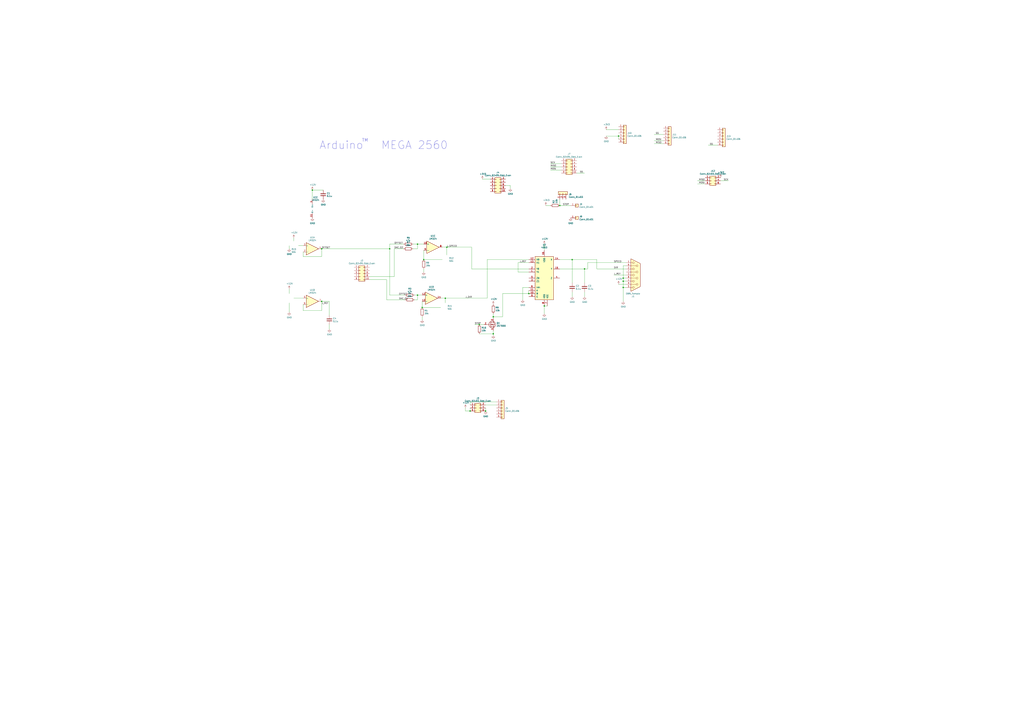
<source format=kicad_sch>
(kicad_sch (version 20211123) (generator eeschema)
  (paper "A1")
  (title_block (title "enjaksakavella.sch") (date "2020-04-21") (rev "1.0") (company "Designed by Tuomas Rantataro"))
  (lib_symbols
    (symbol "4xxx:4053" (pin_names (offset 1.016))
      (property "Reference" "U" (at -7.62 19.05 0))
      (property "Value" "4053" (at -7.62 -19.05 0))
      (symbol "4053_1_0"
        (pin passive line (at -12.7 5.08 0) (length 5.08) (name "Y1") (number "1"))
        (pin input line (at -12.7 -12.7 0) (length 5.08) (name "B") (number "10"))
        (pin input line (at -12.7 -10.16 0) (length 5.08) (name "A") (number "11"))
        (pin passive line (at -12.7 15.24 0) (length 5.08) (name "X0") (number "12"))
        (pin passive line (at -12.7 12.7 0) (length 5.08) (name "X1") (number "13"))
        (pin passive line (at 12.7 15.24 180) (length 5.08) (name "X") (number "14"))
        (pin passive line (at 12.7 7.62 180) (length 5.08) (name "Y") (number "15"))
        (pin power_in line (at 0 22.86 270) (length 5.08) (name "VDD") (number "16"))
        (pin passive line (at -12.7 7.62 0) (length 5.08) (name "Y0") (number "2"))
        (pin passive line (at -12.7 -2.54 0) (length 5.08) (name "Z1") (number "3"))
        (pin passive line (at 12.7 0 180) (length 5.08) (name "Z") (number "4"))
        (pin passive line (at -12.7 0 0) (length 5.08) (name "Z0") (number "5"))
        (pin input line (at -12.7 -7.62 0) (length 5.08) (name "Inh") (number "6"))
        (pin power_in line (at 2.54 -22.86 90) (length 5.08) (name "VEE") (number "7"))
        (pin power_in line (at 0 -22.86 90) (length 5.08) (name "VSS") (number "8"))
        (pin input line (at -12.7 -15.24 0) (length 5.08) (name "C") (number "9"))
      )
      (symbol "4053_1_1"
        (rectangle (start -7.62 17.78) (end 7.62 -17.78) (stroke (width 0.254)) (fill (type background)))
      )
    )
    (symbol "Amplifier_Operational:LM324" (pin_names (offset 0.127))
      (property "Reference" "U" (at 0 5.08 0))
      (property "Value" "LM324" (at 0 -5.08 0))
      (symbol "LM324_1_1"
        (polyline (pts (xy -5.08 5.08) (xy 5.08 0) (xy -5.08 -5.08) (xy -5.08 5.08)) (stroke (width 0.254)) (fill (type background)))
        (pin output line (at 7.62 0 180) (length 2.54) (name "~") (number "1"))
        (pin input line (at -7.62 -2.54 0) (length 2.54) (name "-") (number "2"))
        (pin input line (at -7.62 2.54 0) (length 2.54) (name "+") (number "3"))
      )
      (symbol "LM324_2_1"
        (polyline (pts (xy -5.08 5.08) (xy 5.08 0) (xy -5.08 -5.08) (xy -5.08 5.08)) (stroke (width 0.254)) (fill (type background)))
        (pin input line (at -7.62 2.54 0) (length 2.54) (name "+") (number "5"))
        (pin input line (at -7.62 -2.54 0) (length 2.54) (name "-") (number "6"))
        (pin output line (at 7.62 0 180) (length 2.54) (name "~") (number "7"))
      )
      (symbol "LM324_3_1"
        (polyline (pts (xy -5.08 5.08) (xy 5.08 0) (xy -5.08 -5.08) (xy -5.08 5.08)) (stroke (width 0.254)) (fill (type background)))
        (pin input line (at -7.62 2.54 0) (length 2.54) (name "+") (number "10"))
        (pin output line (at 7.62 0 180) (length 2.54) (name "~") (number "8"))
        (pin input line (at -7.62 -2.54 0) (length 2.54) (name "-") (number "9"))
      )
      (symbol "LM324_4_1"
        (polyline (pts (xy -5.08 5.08) (xy 5.08 0) (xy -5.08 -5.08) (xy -5.08 5.08)) (stroke (width 0.254)) (fill (type background)))
        (pin input line (at -7.62 2.54 0) (length 2.54) (name "+") (number "12"))
        (pin input line (at -7.62 -2.54 0) (length 2.54) (name "-") (number "13"))
        (pin output line (at 7.62 0 180) (length 2.54) (name "~") (number "14"))
      )
      (symbol "LM324_5_1"
        (pin power_in line (at -2.54 -7.62 90) (length 3.81) (name "V-") (number "11"))
        (pin power_in line (at -2.54 7.62 270) (length 3.81) (name "V+") (number "4"))
      )
    )
    (symbol "Connector:DB9_Female" (pin_names (offset 1.016) hide)
      (property "Reference" "J" (at 0 13.97 0))
      (property "Value" "DB9_Female" (at 0 -14.605 0))
      (symbol "DB9_Female_0_1"
        (circle (center -1.778 -10.16) (radius 0.762))
        (circle (center -1.778 -5.08) (radius 0.762))
        (circle (center -1.778 0) (radius 0.762))
        (circle (center -1.778 5.08) (radius 0.762))
        (circle (center -1.778 10.16) (radius 0.762))
        (polyline (pts (xy -3.81 -10.16) (xy -2.54 -10.16)))
        (polyline (pts (xy -3.81 -7.62) (xy 0.508 -7.62)))
        (polyline (pts (xy -3.81 -5.08) (xy -2.54 -5.08)))
        (polyline (pts (xy -3.81 -2.54) (xy 0.508 -2.54)))
        (polyline (pts (xy -3.81 0) (xy -2.54 0)))
        (polyline (pts (xy -3.81 2.54) (xy 0.508 2.54)))
        (polyline (pts (xy -3.81 5.08) (xy -2.54 5.08)))
        (polyline (pts (xy -3.81 7.62) (xy 0.508 7.62)))
        (polyline (pts (xy -3.81 10.16) (xy -2.54 10.16)))
        (polyline (pts (xy -3.81 13.335) (xy -3.81 -13.335) (xy 3.81 -9.525) (xy 3.81 9.525) (xy -3.81 13.335)) (stroke (width 0.254)) (fill (type background)))
        (circle (center 1.27 -7.62) (radius 0.762))
        (circle (center 1.27 -2.54) (radius 0.762))
        (circle (center 1.27 2.54) (radius 0.762))
        (circle (center 1.27 7.62) (radius 0.762))
      )
      (symbol "DB9_Female_1_1"
        (pin passive line (at -7.62 10.16 0) (length 3.81) (name "1") (number "1"))
        (pin passive line (at -7.62 5.08 0) (length 3.81) (name "2") (number "2"))
        (pin passive line (at -7.62 0 0) (length 3.81) (name "3") (number "3"))
        (pin passive line (at -7.62 -5.08 0) (length 3.81) (name "4") (number "4"))
        (pin passive line (at -7.62 -10.16 0) (length 3.81) (name "5") (number "5"))
        (pin passive line (at -7.62 7.62 0) (length 3.81) (name "6") (number "6"))
        (pin passive line (at -7.62 2.54 0) (length 3.81) (name "7") (number "7"))
        (pin passive line (at -7.62 -2.54 0) (length 3.81) (name "8") (number "8"))
        (pin passive line (at -7.62 -7.62 0) (length 3.81) (name "9") (number "9"))
      )
    )
    (symbol "Connector_Generic:Conn_01x01" (pin_names (offset 1.016) hide)
      (property "Reference" "J" (at 0 2.54 0))
      (property "Value" "Conn_01x01" (at 0 -2.54 0))
      (symbol "Conn_01x01_1_1"
        (rectangle (start -1.27 0.127) (end 0 -0.127) (stroke (width 0.1524)))
        (rectangle (start -1.27 1.27) (end 1.27 -1.27) (stroke (width 0.254)) (fill (type background)))
        (pin passive line (at -5.08 0 0) (length 3.81) (name "Pin_1") (number "1"))
      )
    )
    (symbol "Connector_Generic:Conn_01x03" (pin_names (offset 1.016) hide)
      (property "Reference" "J" (at 0 5.08 0))
      (property "Value" "Conn_01x03" (at 0 -5.08 0))
      (symbol "Conn_01x03_1_1"
        (rectangle (start -1.27 -2.413) (end 0 -2.667) (stroke (width 0.1524)))
        (rectangle (start -1.27 0.127) (end 0 -0.127) (stroke (width 0.1524)))
        (rectangle (start -1.27 2.667) (end 0 2.413) (stroke (width 0.1524)))
        (rectangle (start -1.27 3.81) (end 1.27 -3.81) (stroke (width 0.254)) (fill (type background)))
        (pin passive line (at -5.08 2.54 0) (length 3.81) (name "Pin_1") (number "1"))
        (pin passive line (at -5.08 0 0) (length 3.81) (name "Pin_2") (number "2"))
        (pin passive line (at -5.08 -2.54 0) (length 3.81) (name "Pin_3") (number "3"))
      )
    )
    (symbol "Connector_Generic:Conn_01x06" (pin_names (offset 1.016) hide)
      (property "Reference" "J" (at 0 7.62 0))
      (property "Value" "Conn_01x06" (at 0 -10.16 0))
      (symbol "Conn_01x06_1_1"
        (rectangle (start -1.27 -7.493) (end 0 -7.747) (stroke (width 0.1524)))
        (rectangle (start -1.27 -4.953) (end 0 -5.207) (stroke (width 0.1524)))
        (rectangle (start -1.27 -2.413) (end 0 -2.667) (stroke (width 0.1524)))
        (rectangle (start -1.27 0.127) (end 0 -0.127) (stroke (width 0.1524)))
        (rectangle (start -1.27 2.667) (end 0 2.413) (stroke (width 0.1524)))
        (rectangle (start -1.27 5.207) (end 0 4.953) (stroke (width 0.1524)))
        (rectangle (start -1.27 6.35) (end 1.27 -8.89) (stroke (width 0.254)) (fill (type background)))
        (pin passive line (at -5.08 5.08 0) (length 3.81) (name "Pin_1") (number "1"))
        (pin passive line (at -5.08 2.54 0) (length 3.81) (name "Pin_2") (number "2"))
        (pin passive line (at -5.08 0 0) (length 3.81) (name "Pin_3") (number "3"))
        (pin passive line (at -5.08 -2.54 0) (length 3.81) (name "Pin_4") (number "4"))
        (pin passive line (at -5.08 -5.08 0) (length 3.81) (name "Pin_5") (number "5"))
        (pin passive line (at -5.08 -7.62 0) (length 3.81) (name "Pin_6") (number "6"))
      )
    )
    (symbol "Connector_Generic:Conn_02x03_Odd_Even" (pin_names (offset 1.016) hide)
      (property "Reference" "J" (at 1.27 5.08 0))
      (property "Value" "Conn_02x03_Odd_Even" (at 1.27 -5.08 0))
      (symbol "Conn_02x03_Odd_Even_1_1"
        (rectangle (start -1.27 -2.413) (end 0 -2.667) (stroke (width 0.1524)))
        (rectangle (start -1.27 0.127) (end 0 -0.127) (stroke (width 0.1524)))
        (rectangle (start -1.27 2.667) (end 0 2.413) (stroke (width 0.1524)))
        (rectangle (start -1.27 3.81) (end 3.81 -3.81) (stroke (width 0.254)) (fill (type background)))
        (rectangle (start 3.81 -2.413) (end 2.54 -2.667) (stroke (width 0.1524)))
        (rectangle (start 3.81 0.127) (end 2.54 -0.127) (stroke (width 0.1524)))
        (rectangle (start 3.81 2.667) (end 2.54 2.413) (stroke (width 0.1524)))
        (pin passive line (at -5.08 2.54 0) (length 3.81) (name "Pin_1") (number "1"))
        (pin passive line (at 7.62 2.54 180) (length 3.81) (name "Pin_2") (number "2"))
        (pin passive line (at -5.08 0 0) (length 3.81) (name "Pin_3") (number "3"))
        (pin passive line (at 7.62 0 180) (length 3.81) (name "Pin_4") (number "4"))
        (pin passive line (at -5.08 -2.54 0) (length 3.81) (name "Pin_5") (number "5"))
        (pin passive line (at 7.62 -2.54 180) (length 3.81) (name "Pin_6") (number "6"))
      )
    )
    (symbol "Connector_Generic:Conn_02x05_Odd_Even" (pin_names (offset 1.016) hide)
      (property "Reference" "J" (at 1.27 7.62 0))
      (property "Value" "Conn_02x05_Odd_Even" (at 1.27 -7.62 0))
      (symbol "Conn_02x05_Odd_Even_1_1"
        (rectangle (start -1.27 -4.953) (end 0 -5.207) (stroke (width 0.1524)))
        (rectangle (start -1.27 -2.413) (end 0 -2.667) (stroke (width 0.1524)))
        (rectangle (start -1.27 0.127) (end 0 -0.127) (stroke (width 0.1524)))
        (rectangle (start -1.27 2.667) (end 0 2.413) (stroke (width 0.1524)))
        (rectangle (start -1.27 5.207) (end 0 4.953) (stroke (width 0.1524)))
        (rectangle (start -1.27 6.35) (end 3.81 -6.35) (stroke (width 0.254)) (fill (type background)))
        (rectangle (start 3.81 -4.953) (end 2.54 -5.207) (stroke (width 0.1524)))
        (rectangle (start 3.81 -2.413) (end 2.54 -2.667) (stroke (width 0.1524)))
        (rectangle (start 3.81 0.127) (end 2.54 -0.127) (stroke (width 0.1524)))
        (rectangle (start 3.81 2.667) (end 2.54 2.413) (stroke (width 0.1524)))
        (rectangle (start 3.81 5.207) (end 2.54 4.953) (stroke (width 0.1524)))
        (pin passive line (at -5.08 5.08 0) (length 3.81) (name "Pin_1") (number "1"))
        (pin passive line (at 7.62 -5.08 180) (length 3.81) (name "Pin_10") (number "10"))
        (pin passive line (at 7.62 5.08 180) (length 3.81) (name "Pin_2") (number "2"))
        (pin passive line (at -5.08 2.54 0) (length 3.81) (name "Pin_3") (number "3"))
        (pin passive line (at 7.62 2.54 180) (length 3.81) (name "Pin_4") (number "4"))
        (pin passive line (at -5.08 0 0) (length 3.81) (name "Pin_5") (number "5"))
        (pin passive line (at 7.62 0 180) (length 3.81) (name "Pin_6") (number "6"))
        (pin passive line (at -5.08 -2.54 0) (length 3.81) (name "Pin_7") (number "7"))
        (pin passive line (at 7.62 -2.54 180) (length 3.81) (name "Pin_8") (number "8"))
        (pin passive line (at -5.08 -5.08 0) (length 3.81) (name "Pin_9") (number "9"))
      )
    )
    (symbol "Device:C" (pin_numbers hide) (pin_names (offset 0.254))
      (property "Reference" "C" (at 0.635 2.54 0))
      (property "Value" "C" (at 0.635 -2.54 0))
      (symbol "C_0_1"
        (polyline (pts (xy -2.032 -0.762) (xy 2.032 -0.762)) (stroke (width 0.508)))
        (polyline (pts (xy -2.032 0.762) (xy 2.032 0.762)) (stroke (width 0.508)))
      )
      (symbol "C_1_1"
        (pin passive line (at 0 3.81 270) (length 2.794) (name "~") (number "1"))
        (pin passive line (at 0 -3.81 90) (length 2.794) (name "~") (number "2"))
      )
    )
    (symbol "Device:R" (pin_numbers hide) (pin_names (offset 0))
      (property "Reference" "R" (at 2.032 0 90))
      (property "Value" "R" (at 0 0 90))
      (symbol "R_0_1"
        (rectangle (start -1.016 -2.54) (end 1.016 2.54) (stroke (width 0.254)))
      )
      (symbol "R_1_1"
        (pin passive line (at 0 3.81 270) (length 1.27) (name "~") (number "1"))
        (pin passive line (at 0 -3.81 90) (length 1.27) (name "~") (number "2"))
      )
    )
    (symbol "Transistor_FET:2N7000" (pin_names hide)
      (property "Reference" "Q" (at 5.08 1.905 0))
      (property "Value" "2N7000" (at 5.08 0 0))
      (symbol "2N7000_0_1"
        (polyline (pts (xy 0.254 0) (xy -2.54 0)))
        (polyline (pts (xy 0.254 1.905) (xy 0.254 -1.905)) (stroke (width 0.254)))
        (polyline (pts (xy 0.762 -1.27) (xy 0.762 -2.286)) (stroke (width 0.254)))
        (polyline (pts (xy 0.762 0.508) (xy 0.762 -0.508)) (stroke (width 0.254)))
        (polyline (pts (xy 0.762 2.286) (xy 0.762 1.27)) (stroke (width 0.254)))
        (polyline (pts (xy 2.54 2.54) (xy 2.54 1.778)))
        (polyline (pts (xy 2.54 -2.54) (xy 2.54 0) (xy 0.762 0)))
        (polyline (pts (xy 0.762 -1.778) (xy 3.302 -1.778) (xy 3.302 1.778) (xy 0.762 1.778)))
        (polyline (pts (xy 1.016 0) (xy 2.032 0.381) (xy 2.032 -0.381) (xy 1.016 0)) (fill (type outline)))
        (polyline (pts (xy 2.794 0.508) (xy 2.921 0.381) (xy 3.683 0.381) (xy 3.81 0.254)))
        (polyline (pts (xy 3.302 0.381) (xy 2.921 -0.254) (xy 3.683 -0.254) (xy 3.302 0.381)))
        (circle (center 1.651 0) (radius 2.794) (stroke (width 0.254)))
        (circle (center 2.54 -1.778) (radius 0.254) (fill (type outline)))
        (circle (center 2.54 1.778) (radius 0.254) (fill (type outline)))
      )
      (symbol "2N7000_1_1"
        (pin passive line (at 2.54 -5.08 90) (length 2.54) (name "S") (number "1"))
        (pin input line (at -5.08 0 0) (length 2.54) (name "G") (number "2"))
        (pin passive line (at 2.54 5.08 270) (length 2.54) (name "D") (number "3"))
      )
    )
    (symbol "power:+12V" (power) (pin_names (offset 0))
      (property "Value" "+12V" (at 0 3.556 0))
      (symbol "+12V_0_1"
        (polyline (pts (xy -0.762 1.27) (xy 0 2.54)))
        (polyline (pts (xy 0 0) (xy 0 2.54)))
        (polyline (pts (xy 0 2.54) (xy 0.762 1.27)))
      )
      (symbol "+12V_1_1"
        (pin power_in line (at 0 0 90) (length 0) hide (name "+12V") (number "1"))
      )
    )
    (symbol "power:+3.3V" (power) (pin_names (offset 0))
      (property "Value" "+3.3V" (at 0 3.556 0))
      (symbol "+3.3V_0_1"
        (polyline (pts (xy -0.762 1.27) (xy 0 2.54)))
        (polyline (pts (xy 0 0) (xy 0 2.54)))
        (polyline (pts (xy 0 2.54) (xy 0.762 1.27)))
      )
      (symbol "+3.3V_1_1"
        (pin power_in line (at 0 0 90) (length 0) hide (name "+3V3") (number "1"))
      )
    )
    (symbol "power:GND" (power) (pin_names (offset 0))
      (property "Value" "GND" (at 0 -3.81 0))
      (symbol "GND_0_1"
        (polyline (pts (xy 0 0) (xy 0 -1.27) (xy 1.27 -1.27) (xy 0 -2.54) (xy -1.27 -1.27) (xy 0 -1.27)))
      )
      (symbol "GND_1_1"
        (pin power_in line (at 0 0 270) (length 0) hide (name "GND") (number "1"))
      )
    )
  )
  (junction (at 347.98 213.36))
  (junction (at 511.81 231.14))
  (junction (at 511.81 228.6))
  (junction (at 405.13 260.35))
  (junction (at 264.16 247.65))
  (junction (at 342.9 200.66))
  (junction (at 398.78 337.82))
  (junction (at 511.81 236.22))
  (junction (at 447.04 251.46))
  (junction (at 393.7 266.7))
  (junction (at 386.08 337.82))
  (junction (at 365.76 245.11))
  (junction (at 405.13 274.32))
  (junction (at 434.34 241.3))
  (junction (at 264.16 204.47))
  (junction (at 256.54 156.21))
  (junction (at 342.9 242.57))
  (junction (at 320.04 204.47))
  (junction (at 508 111.76))
  (junction (at 346.71 252.73))
  (junction (at 459.74 168.91))
  (junction (at 469.9 213.36))
  (junction (at 367.03 203.2))
  (junction (at 480.06 220.98))
  (wire (pts (xy 508 114.3) (xy 508 111.76)))
  (wire (pts (xy 320.04 242.57) (xy 320.04 204.47)))
  (wire (pts (xy 398.78 332.74) (xy 407.67 332.74)))
  (wire (pts (xy 412.75 260.35) (xy 412.75 241.3)))
  (wire (pts (xy 339.09 204.47) (xy 342.9 204.47)))
  (wire (pts (xy 407.67 330.2) (xy 386.08 330.2)))
  (wire (pts (xy 237.49 241.3) (xy 237.49 237.49)))
  (wire (pts (xy 412.75 260.35) (xy 405.13 260.35)))
  (wire (pts (xy 511.81 236.22) (xy 511.81 231.14)))
  (wire (pts (xy 429.26 246.38) (xy 429.26 236.22)))
  (wire (pts (xy 346.71 247.65) (xy 346.71 252.73)))
  (wire (pts (xy 397.51 266.7) (xy 393.7 266.7)))
  (wire (pts (xy 320.04 204.47) (xy 320.04 200.66)))
  (wire (pts (xy 400.05 213.36) (xy 400.05 245.11)))
  (wire (pts (xy 490.22 213.36) (xy 490.22 220.98)))
  (wire (pts (xy 347.98 213.36) (xy 347.98 205.74)))
  (wire (pts (xy 365.76 245.11) (xy 400.05 245.11)))
  (wire (pts (xy 434.34 220.98) (xy 387.35 220.98)))
  (wire (pts (xy 405.13 261.62) (xy 405.13 260.35)))
  (wire (pts (xy 264.16 247.65) (xy 264.16 255.27)))
  (wire (pts (xy 425.45 223.52) (xy 434.34 223.52)))
  (wire (pts (xy 448.31 168.91) (xy 452.12 168.91)))
  (wire (pts (xy 317.5 246.38) (xy 317.5 229.87)))
  (wire (pts (xy 323.85 227.33) (xy 323.85 204.47)))
  (wire (pts (xy 480.06 240.03) (xy 480.06 243.84)))
  (wire (pts (xy 480.06 220.98) (xy 482.6 220.98)))
  (wire (pts (xy 264.16 204.47) (xy 320.04 204.47)))
  (wire (pts (xy 480.06 142.24) (xy 473.71 142.24)))
  (wire (pts (xy 347.98 223.52) (xy 347.98 220.98)))
  (wire (pts (xy 340.36 246.38) (xy 342.9 246.38)))
  (wire (pts (xy 511.81 231.14) (xy 514.35 231.14)))
  (wire (pts (xy 511.81 218.44) (xy 514.35 218.44)))
  (wire (pts (xy 382.27 335.28) (xy 382.27 337.82)))
  (wire (pts (xy 265.43 156.21) (xy 256.54 156.21)))
  (wire (pts (xy 459.74 220.98) (xy 480.06 220.98)))
  (wire (pts (xy 537.21 110.49) (xy 544.83 110.49)))
  (wire (pts (xy 365.76 245.11) (xy 361.95 245.11)))
  (wire (pts (xy 382.27 337.82) (xy 386.08 337.82)))
  (wire (pts (xy 511.81 236.22) (xy 514.35 236.22)))
  (wire (pts (xy 361.95 252.73) (xy 346.71 252.73)))
  (wire (pts (xy 572.77 151.13) (xy 579.12 151.13)))
  (wire (pts (xy 511.81 228.6) (xy 511.81 218.44)))
  (wire (pts (xy 425.45 223.52) (xy 425.45 215.9)))
  (wire (pts (xy 245.11 201.93) (xy 248.92 201.93)))
  (wire (pts (xy 459.74 213.36) (xy 469.9 213.36)))
  (wire (pts (xy 459.74 168.91) (xy 459.74 163.83)))
  (wire (pts (xy 452.12 139.7) (xy 461.01 139.7)))
  (wire (pts (xy 581.66 119.38) (xy 589.28 119.38)))
  (wire (pts (xy 389.89 266.7) (xy 393.7 266.7)))
  (wire (pts (xy 323.85 204.47) (xy 331.47 204.47)))
  (wire (pts (xy 270.51 247.65) (xy 264.16 247.65)))
  (wire (pts (xy 317.5 229.87) (xy 303.53 229.87)))
  (wire (pts (xy 537.21 118.11) (xy 544.83 118.11)))
  (wire (pts (xy 342.9 246.38) (xy 342.9 242.57)))
  (wire (pts (xy 497.84 111.76) (xy 508 111.76)))
  (wire (pts (xy 264.16 204.47) (xy 264.16 210.82)))
  (wire (pts (xy 248.92 255.27) (xy 248.92 250.19)))
  (wire (pts (xy 598.17 148.59) (xy 591.82 148.59)))
  (wire (pts (xy 346.71 260.35) (xy 346.71 262.89)))
  (wire (pts (xy 449.58 251.46) (xy 447.04 251.46)))
  (wire (pts (xy 387.35 220.98) (xy 387.35 203.2)))
  (wire (pts (xy 469.9 243.84) (xy 469.9 240.03)))
  (wire (pts (xy 405.13 260.35) (xy 405.13 257.81)))
  (wire (pts (xy 264.16 255.27) (xy 248.92 255.27)))
  (wire (pts (xy 320.04 200.66) (xy 331.47 200.66)))
  (wire (pts (xy 342.9 242.57) (xy 340.36 242.57)))
  (wire (pts (xy 405.13 274.32) (xy 405.13 275.59)))
  (wire (pts (xy 412.75 241.3) (xy 434.34 241.3)))
  (wire (pts (xy 317.5 246.38) (xy 332.74 246.38)))
  (wire (pts (xy 396.24 147.32) (xy 402.59 147.32)))
  (wire (pts (xy 248.92 210.82) (xy 248.92 207.01)))
  (wire (pts (xy 511.81 231.14) (xy 511.81 228.6)))
  (wire (pts (xy 429.26 236.22) (xy 434.34 236.22)))
  (wire (pts (xy 447.04 200.66) (xy 447.04 205.74)))
  (wire (pts (xy 572.77 148.59) (xy 579.12 148.59)))
  (wire (pts (xy 419.1 152.4) (xy 415.29 152.4)))
  (wire (pts (xy 504.19 226.06) (xy 514.35 226.06)))
  (wire (pts (xy 270.51 247.65) (xy 270.51 259.08)))
  (wire (pts (xy 537.21 115.57) (xy 544.83 115.57)))
  (wire (pts (xy 270.51 266.7) (xy 270.51 270.51)))
  (wire (pts (xy 241.3 245.11) (xy 248.92 245.11)))
  (wire (pts (xy 419.1 154.94) (xy 419.1 152.4)))
  (wire (pts (xy 256.54 163.83) (xy 256.54 156.21)))
  (wire (pts (xy 469.9 213.36) (xy 490.22 213.36)))
  (wire (pts (xy 387.35 203.2) (xy 367.03 203.2)))
  (wire (pts (xy 452.12 137.16) (xy 461.01 137.16)))
  (wire (pts (xy 482.6 215.9) (xy 514.35 215.9)))
  (wire (pts (xy 347.98 200.66) (xy 342.9 200.66)))
  (wire (pts (xy 434.34 238.76) (xy 434.34 241.3)))
  (wire (pts (xy 367.03 209.55) (xy 367.03 203.2)))
  (wire (pts (xy 393.7 274.32) (xy 405.13 274.32)))
  (wire (pts (xy 398.78 337.82) (xy 398.78 335.28)))
  (wire (pts (xy 469.9 232.41) (xy 469.9 213.36)))
  (wire (pts (xy 497.84 106.68) (xy 508 106.68)))
  (wire (pts (xy 480.06 220.98) (xy 480.06 232.41)))
  (wire (pts (xy 237.49 248.92) (xy 237.49 256.54)))
  (wire (pts (xy 367.03 203.2) (xy 363.22 203.2)))
  (wire (pts (xy 405.13 271.78) (xy 405.13 274.32)))
  (wire (pts (xy 447.04 257.81) (xy 447.04 251.46)))
  (wire (pts (xy 434.34 213.36) (xy 400.05 213.36)))
  (wire (pts (xy 508 233.68) (xy 514.35 233.68)))
  (wire (pts (xy 425.45 215.9) (xy 434.34 215.9)))
  (wire (pts (xy 303.53 227.33) (xy 323.85 227.33)))
  (wire (pts (xy 347.98 213.36) (xy 363.22 213.36)))
  (wire (pts (xy 511.81 247.65) (xy 511.81 236.22)))
  (wire (pts (xy 511.81 228.6) (xy 514.35 228.6)))
  (wire (pts (xy 386.08 330.2) (xy 386.08 332.74)))
  (wire (pts (xy 490.22 220.98) (xy 514.35 220.98)))
  (wire (pts (xy 459.74 168.91) (xy 468.63 168.91)))
  (wire (pts (xy 342.9 200.66) (xy 339.09 200.66)))
  (wire (pts (xy 365.76 248.92) (xy 365.76 245.11)))
  (wire (pts (xy 346.71 242.57) (xy 342.9 242.57)))
  (wire (pts (xy 237.49 201.93) (xy 237.49 204.47)))
  (wire (pts (xy 452.12 134.62) (xy 461.01 134.62)))
  (wire (pts (xy 342.9 204.47) (xy 342.9 200.66)))
  (wire (pts (xy 264.16 210.82) (xy 248.92 210.82)))
  (wire (pts (xy 386.08 335.28) (xy 386.08 337.82)))
  (wire (pts (xy 482.6 220.98) (xy 482.6 215.9)))
  (wire (pts (xy 241.3 195.58) (xy 241.3 198.12)))
  (wire (pts (xy 332.74 242.57) (xy 320.04 242.57)))
  (text "Arduino   MEGA 2560" (at 262.255 123.19 0) (effects (font (size 6.4516 6.4516)) (justify left bottom)))
  (text "TM" (at 297.18 116.84 0) (effects (font (size 2.54 2.54)) (justify left bottom)))
  (label "MOSI" (at 452.12 139.7 0))
  (label "MISO" (at 452.12 137.16 0))
  (label "STOP" (at 462.28 168.91 0))
  (label "OFFSET" (at 264.16 204.47 0))
  (label "SS" (at 476.25 142.24 0))
  (label "STOP" (at 389.89 266.7 0))
  (label "SPEED" (at 504.19 215.9 0))
  (label "J_REF" (at 264.16 250.19 0))
  (label "J_REF" (at 504.19 226.06 0))
  (label "SCK" (at 594.36 148.59 0))
  (label "DIR" (at 504.19 220.98 0))
  (label "J_DIR" (at 382.27 245.11 0))
  (label "DAC_O2" (at 323.85 204.47 0))
  (label "MISO" (at 538.48 118.11 0))
  (label "MISO" (at 574.04 148.59 0))
  (label "MOSI" (at 538.48 115.57 0))
  (label "J_REF" (at 426.72 215.9 0))
  (label "J_SPEED" (at 367.03 203.2 0))
  (label "SS" (at 538.48 110.49 0))
  (label "MOSI" (at 574.04 151.13 0))
  (label "OFFSET" (at 327.66 242.57 0))
  (label "OFFSET" (at 323.85 200.66 0))
  (label "SS" (at 582.93 119.38 0))
  (label "SCK" (at 452.12 134.62 0))
  (label "DAC_O1" (at 327.66 246.38 0))
  (symbol (lib_id "Transistor_FET:2N7000") (at 402.59 266.7 0) (unit 1)
    (property "Reference" "Q1" (at 407.8224 265.5316 0) (effects (justify left)))
    (property "Value" "2N7000" (at 407.8224 267.843 0) (effects (justify left)))
    (property "Footprint" "Package_TO_SOT_THT:TO-92_Inline" (effects hide))
    (property "Datasheet" "https://www.fairchildsemi.com/datasheets/2N/2N7000.pdf" (effects hide))
  )
  (symbol (lib_id "power:GND") (at 405.13 275.59 0) (unit 1)
    (property "Reference" "#PWR0122" (effects hide))
    (property "Value" "GND" (at 405.257 279.9842 0))
  )
  (symbol (lib_id "power:+12V") (at 405.13 250.19 0) (unit 1)
    (property "Reference" "#PWR0123" (effects hide))
    (property "Value" "+12V" (at 405.511 245.7958 0))
  )
  (symbol (lib_id "Device:R") (at 393.7 270.51 0) (unit 1)
    (property "Reference" "R10" (at 395.478 269.3416 0) (effects (justify left)))
    (property "Value" "10k" (at 395.478 271.653 0) (effects (justify left)))
    (property "Footprint" "Resistor_THT:R_Axial_DIN0207_L6.3mm_D2.5mm_P7.62mm_Horizontal" (effects hide))
  )
  (symbol (lib_id "Device:R") (at 405.13 254 0) (unit 1)
    (property "Reference" "R9" (at 406.908 252.8316 0) (effects (justify left)))
    (property "Value" "10k" (at 406.908 255.143 0) (effects (justify left)))
    (property "Footprint" "Resistor_THT:R_Axial_DIN0207_L6.3mm_D2.5mm_P7.62mm_Horizontal" (effects hide))
  )
  (symbol (lib_id "power:+12V") (at 447.04 200.66 0) (unit 1)
    (property "Reference" "#PWR0125" (effects hide))
    (property "Value" "+12V" (at 447.421 196.2658 0))
  )
  (symbol (lib_id "power:GND") (at 447.04 257.81 0) (unit 1)
    (property "Reference" "#PWR0124" (effects hide))
    (property "Value" "GND" (at 447.167 262.2042 0))
  )
  (symbol (lib_id "power:GND") (at 511.81 247.65 0) (unit 1)
    (property "Reference" "#PWR0126" (effects hide))
    (property "Value" "GND" (at 511.937 252.0442 0))
  )
  (symbol (lib_id "power:+12V") (at 508 233.68 0) (unit 1)
    (property "Reference" "#PWR0127" (effects hide))
    (property "Value" "+12V" (at 508.381 229.2858 0))
  )
  (symbol (lib_id "power:GND") (at 429.26 246.38 0) (unit 1)
    (property "Reference" "#PWR0109" (effects hide))
    (property "Value" "GND" (at 429.387 250.7742 0))
  )
  (symbol (lib_id "Connector_Generic:Conn_02x05_Odd_Even") (at 295.91 224.79 0) (unit 1)
    (property "Reference" "J2" (at 297.18 214.1982 0))
    (property "Value" "Conn_02x05_Odd_Even" (at 297.18 216.5096 0))
    (property "Footprint" "Connector_PinHeader_2.54mm:PinHeader_2x05_P2.54mm_Vertical" (effects hide))
  )
  (symbol (lib_id "Connector_Generic:Conn_02x05_Odd_Even") (at 407.67 152.4 0) (unit 1)
    (property "Reference" "J4" (at 408.94 141.8082 0))
    (property "Value" "Conn_02x05_Odd_Even" (at 408.94 144.1196 0))
    (property "Footprint" "Connector_PinHeader_2.54mm:PinHeader_2x05_P2.54mm_Vertical" (effects hide))
  )
  (symbol (lib_id "Connector_Generic:Conn_02x05_Odd_Even") (at 466.09 137.16 0) (unit 1)
    (property "Reference" "J7" (at 467.36 126.5682 0))
    (property "Value" "Conn_02x05_Odd_Even" (at 467.36 128.8796 0))
    (property "Footprint" "Connector_PinHeader_2.54mm:PinHeader_2x05_P2.54mm_Vertical" (effects hide))
  )
  (symbol (lib_id "power:+3.3V") (at 396.24 147.32 0) (unit 1)
    (property "Reference" "#PWR0110" (effects hide))
    (property "Value" "+3.3V" (at 396.621 142.9258 0))
  )
  (symbol (lib_id "power:GND") (at 419.1 154.94 0) (unit 1)
    (property "Reference" "#PWR0111" (effects hide))
    (property "Value" "GND" (at 419.227 159.3342 0))
  )
  (symbol (lib_id "Device:C") (at 270.51 262.89 0) (unit 1)
    (property "Reference" "C4" (at 273.431 261.7216 0) (effects (justify left)))
    (property "Value" "0.1u" (at 273.431 264.033 0) (effects (justify left)))
    (property "Footprint" "Capacitor_THT:C_Axial_L5.1mm_D3.1mm_P7.50mm_Horizontal" (effects hide))
  )
  (symbol (lib_id "power:GND") (at 270.51 270.51 0) (unit 1)
    (property "Reference" "#PWR01" (effects hide))
    (property "Value" "GND" (at 270.637 274.9042 0))
  )
  (symbol (lib_id "Connector_Generic:Conn_01x01") (at 473.71 179.07 0) (unit 1)
    (property "Reference" "J9" (at 475.742 178.0032 0) (effects (justify left)))
    (property "Value" "Conn_01x01" (at 475.742 180.3146 0) (effects (justify left)))
    (property "Footprint" "Connector_Pin:Pin_D1.3mm_L11.0mm" (effects hide))
  )
  (symbol (lib_id "Connector_Generic:Conn_01x06") (at 412.75 335.28 0) (unit 1)
    (property "Reference" "J5" (at 414.782 335.4832 0) (effects (justify left)))
    (property "Value" "Conn_01x06" (at 414.782 337.7946 0) (effects (justify left)))
    (property "Footprint" "Connector_PinHeader_2.54mm:PinHeader_1x06_P2.54mm_Vertical" (effects hide))
  )
  (symbol (lib_id "Connector_Generic:Conn_02x03_Odd_Even") (at 391.16 335.28 0) (unit 1)
    (property "Reference" "J3" (at 392.43 327.2282 0))
    (property "Value" "Conn_02x03_Odd_Even" (at 392.43 329.5396 0))
    (property "Footprint" "Connector_PinHeader_2.54mm:PinHeader_2x03_P2.54mm_Vertical" (effects hide))
  )
  (symbol (lib_id "Connector_Generic:Conn_01x06") (at 549.91 110.49 0) (unit 1)
    (property "Reference" "J11" (at 551.942 110.6932 0) (effects (justify left)))
    (property "Value" "Conn_01x06" (at 551.942 113.0046 0) (effects (justify left)))
    (property "Footprint" "Connector_PinHeader_2.54mm:PinHeader_1x06_P2.54mm_Vertical" (effects hide))
  )
  (symbol (lib_id "Connector_Generic:Conn_01x06") (at 513.08 109.22 0) (unit 1)
    (property "Reference" "J10" (at 515.112 109.4232 0) (effects (justify left)))
    (property "Value" "Conn_01x06" (at 515.112 111.7346 0) (effects (justify left)))
    (property "Footprint" "Connector_PinHeader_2.54mm:PinHeader_1x06_P2.54mm_Vertical" (effects hide))
  )
  (symbol (lib_id "Connector_Generic:Conn_01x06") (at 594.36 111.76 0) (unit 1)
    (property "Reference" "J13" (at 596.392 111.9632 0) (effects (justify left)))
    (property "Value" "Conn_01x06" (at 596.392 114.2746 0) (effects (justify left)))
    (property "Footprint" "Connector_PinHeader_2.54mm:PinHeader_1x06_P2.54mm_Vertical" (effects hide))
  )
  (symbol (lib_id "Connector_Generic:Conn_02x03_Odd_Even") (at 584.2 148.59 0) (unit 1)
    (property "Reference" "J12" (at 585.47 140.5382 0))
    (property "Value" "Conn_02x03_Odd_Even" (at 585.47 142.8496 0))
    (property "Footprint" "Connector_PinHeader_2.54mm:PinHeader_2x03_P2.54mm_Vertical" (effects hide))
  )
  (symbol (lib_id "power:+12V") (at 382.27 335.28 0) (unit 1)
    (property "Reference" "#PWR0112" (effects hide))
    (property "Value" "+12V" (at 382.651 330.8858 0))
  )
  (symbol (lib_id "power:GND") (at 398.78 337.82 0) (unit 1)
    (property "Reference" "#PWR0113" (effects hide))
    (property "Value" "GND" (at 398.907 342.2142 0))
  )
  (symbol (lib_id "power:+3.3V") (at 591.82 146.05 0) (unit 1)
    (property "Reference" "#PWR0114" (effects hide))
    (property "Value" "+3.3V" (at 592.201 141.6558 0))
  )
  (symbol (lib_id "power:GND") (at 497.84 111.76 0) (unit 1)
    (property "Reference" "#PWR0115" (effects hide))
    (property "Value" "GND" (at 497.967 116.1542 0))
  )
  (symbol (lib_id "power:+3.3V") (at 497.84 106.68 0) (unit 1)
    (property "Reference" "#PWR0116" (effects hide))
    (property "Value" "+3.3V" (at 498.221 102.2858 0))
  )
  (symbol (lib_id "power:GND") (at 468.63 179.07 0) (unit 1)
    (property "Reference" "#PWR0117" (effects hide))
    (property "Value" "GND" (at 468.757 183.4642 0))
  )
  (symbol (lib_id "Connector_Generic:Conn_01x01") (at 473.71 168.91 0) (unit 1)
    (property "Reference" "J8" (at 475.742 167.8432 0) (effects (justify left)))
    (property "Value" "Conn_01x01" (at 475.742 170.1546 0) (effects (justify left)))
    (property "Footprint" "Connector_Pin:Pin_D1.3mm_L11.0mm" (effects hide))
  )
  (symbol (lib_id "power:+3.3V") (at 448.31 168.91 0) (unit 1)
    (property "Reference" "#PWR0118" (effects hide))
    (property "Value" "+3.3V" (at 448.691 164.5158 0))
  )
  (symbol (lib_id "Connector_Generic:Conn_01x03") (at 462.28 158.75 90) (unit 1)
    (property "Reference" "J6" (at 467.0552 159.6644 90) (effects (justify right)))
    (property "Value" "Conn_01x03" (at 467.0552 161.9758 90) (effects (justify right)))
    (property "Footprint" "Connector_PinHeader_2.54mm:PinHeader_1x03_P2.54mm_Vertical" (effects hide))
  )
  (symbol (lib_id "Amplifier_Operational:LM324") (at 259.08 171.45 0) (unit 5)
    (property "Reference" "U1" (at 259.08 162.1282 0))
    (property "Value" "LM324" (at 259.08 164.4396 0))
    (property "Footprint" "Package_DIP:DIP-14_W7.62mm_Socket_LongPads" (effects hide))
    (property "Datasheet" "http://www.ti.com/lit/ds/symlink/lm2902-n.pdf" (effects hide))
  )
  (symbol (lib_id "power:GND") (at 256.54 179.07 0) (unit 1)
    (property "Reference" "#PWR0119" (effects hide))
    (property "Value" "GND" (at 256.667 183.4642 0))
  )
  (symbol (lib_id "power:GND") (at 265.43 163.83 0) (unit 1)
    (property "Reference" "#PWR0120" (effects hide))
    (property "Value" "GND" (at 265.557 168.2242 0))
  )
  (symbol (lib_id "power:+12V") (at 256.54 156.21 0) (unit 1)
    (property "Reference" "#PWR0121" (effects hide))
    (property "Value" "+12V" (at 256.921 151.8158 0))
  )
  (symbol (lib_id "4xxx:4053") (at 447.04 228.6 0) (unit 1)
    (property "Reference" "U2" (at 447.04 201.1426 0))
    (property "Value" "4053" (at 447.04 203.454 0))
    (property "Footprint" "Package_DIP:DIP-16_W7.62mm_Socket_LongPads" (effects hide))
    (property "Datasheet" "http://www.intersil.com/content/dam/Intersil/documents/cd40/cd4051bms-52bms-53bms.pdf" (effects hide))
  )
  (symbol (lib_id "Amplifier_Operational:LM324") (at 256.54 204.47 0) (unit 1)
    (property "Reference" "U1" (at 256.54 195.1482 0))
    (property "Value" "LM324" (at 256.54 197.4596 0))
    (property "Footprint" "Package_DIP:DIP-14_W7.62mm_Socket_LongPads" (effects hide))
    (property "Datasheet" "http://www.ti.com/lit/ds/symlink/lm2902-n.pdf" (effects hide))
  )
  (symbol (lib_id "Amplifier_Operational:LM324") (at 256.54 247.65 0) (unit 2)
    (property "Reference" "U1" (at 256.54 238.3282 0))
    (property "Value" "LM324" (at 256.54 240.6396 0))
    (property "Footprint" "Package_DIP:DIP-14_W7.62mm_Socket_LongPads" (effects hide))
    (property "Datasheet" "http://www.ti.com/lit/ds/symlink/lm2902-n.pdf" (effects hide))
  )
  (symbol (lib_id "Amplifier_Operational:LM324") (at 355.6 203.2 0) (unit 3)
    (property "Reference" "U1" (at 355.6 193.8782 0))
    (property "Value" "LM324" (at 355.6 196.1896 0))
    (property "Footprint" "Package_DIP:DIP-14_W7.62mm_Socket_LongPads" (effects hide))
    (property "Datasheet" "http://www.ti.com/lit/ds/symlink/lm2902-n.pdf" (effects hide))
  )
  (symbol (lib_id "Amplifier_Operational:LM324") (at 354.33 245.11 0) (unit 4)
    (property "Reference" "U1" (at 354.33 235.7882 0))
    (property "Value" "LM324" (at 354.33 238.0996 0))
    (property "Footprint" "Package_DIP:DIP-14_W7.62mm_Socket_LongPads" (effects hide))
    (property "Datasheet" "http://www.ti.com/lit/ds/symlink/lm2902-n.pdf" (effects hide))
  )
  (symbol (lib_id "Connector:DB9_Female") (at 521.97 226.06 0) (unit 1)
    (property "Reference" "J1" (at 519.8872 243.6368 0))
    (property "Value" "DB9_Female" (at 519.8872 241.3254 0))
    (property "Footprint" "Connector_Dsub:DSUB-9_Female_Horizontal_P2.77x2.84mm_EdgePinOffset4.94mm_Housed_MountingHolesOffset7.48mm" (effects hide))
    (property "Datasheet" " ~" (effects hide))
  )
  (symbol (lib_id "Device:C") (at 265.43 160.02 0) (unit 1)
    (property "Reference" "C1" (at 268.351 158.8516 0) (effects (justify left)))
    (property "Value" "0.1u" (at 268.351 161.163 0) (effects (justify left)))
    (property "Footprint" "Capacitor_THT:C_Axial_L5.1mm_D3.1mm_P7.50mm_Horizontal" (effects hide))
  )
  (symbol (lib_id "Device:C") (at 469.9 236.22 0) (unit 1)
    (property "Reference" "C2" (at 472.821 235.0516 0) (effects (justify left)))
    (property "Value" "0.1u" (at 472.821 237.363 0) (effects (justify left)))
    (property "Footprint" "Capacitor_THT:C_Axial_L5.1mm_D3.1mm_P7.50mm_Horizontal" (effects hide))
  )
  (symbol (lib_id "Device:C") (at 480.06 236.22 0) (unit 1)
    (property "Reference" "C3" (at 482.981 235.0516 0) (effects (justify left)))
    (property "Value" "0.1u" (at 482.981 237.363 0) (effects (justify left)))
    (property "Footprint" "Capacitor_THT:C_Axial_L5.1mm_D3.1mm_P7.50mm_Horizontal" (effects hide))
  )
  (symbol (lib_id "Device:R") (at 455.93 168.91 90) (unit 1)
    (property "Reference" "R2" (at 454.7616 167.132 0) (effects (justify left)))
    (property "Value" "10k" (at 457.073 167.132 0) (effects (justify left)))
    (property "Footprint" "Resistor_THT:R_Axial_DIN0207_L6.3mm_D2.5mm_P7.62mm_Horizontal" (effects hide))
  )
  (symbol (lib_id "Device:R") (at 336.55 246.38 270) (unit 1)
    (property "Reference" "R4" (at 336.55 241.1222 90))
    (property "Value" "39k" (at 336.55 243.4336 90))
    (property "Footprint" "Resistor_THT:R_Axial_DIN0207_L6.3mm_D2.5mm_P7.62mm_Horizontal" (effects hide))
  )
  (symbol (lib_id "Device:R") (at 336.55 242.57 270) (unit 1)
    (property "Reference" "R3" (at 336.55 237.3122 90))
    (property "Value" "47k" (at 336.55 239.6236 90))
    (property "Footprint" "Resistor_THT:R_Axial_DIN0207_L6.3mm_D2.5mm_P7.62mm_Horizontal" (effects hide))
  )
  (symbol (lib_id "Device:R") (at 346.71 256.54 0) (unit 1)
    (property "Reference" "R5" (at 348.488 255.3716 0) (effects (justify left)))
    (property "Value" "39k" (at 348.488 257.683 0) (effects (justify left)))
    (property "Footprint" "Resistor_THT:R_Axial_DIN0207_L6.3mm_D2.5mm_P7.62mm_Horizontal" (effects hide))
  )
  (symbol (lib_id "Device:R") (at 335.28 204.47 270) (unit 1)
    (property "Reference" "R7" (at 335.28 199.2122 90))
    (property "Value" "39k" (at 335.28 201.5236 90))
    (property "Footprint" "Resistor_THT:R_Axial_DIN0207_L6.3mm_D2.5mm_P7.62mm_Horizontal" (effects hide))
  )
  (symbol (lib_id "Device:R") (at 335.28 200.66 270) (unit 1)
    (property "Reference" "R6" (at 335.28 195.4022 90))
    (property "Value" "47k" (at 335.28 197.7136 90))
    (property "Footprint" "Resistor_THT:R_Axial_DIN0207_L6.3mm_D2.5mm_P7.62mm_Horizontal" (effects hide))
  )
  (symbol (lib_id "Device:R") (at 347.98 217.17 0) (unit 1)
    (property "Reference" "R8" (at 349.758 216.0016 0) (effects (justify left)))
    (property "Value" "39k" (at 349.758 218.313 0) (effects (justify left)))
    (property "Footprint" "Resistor_THT:R_Axial_DIN0207_L6.3mm_D2.5mm_P7.62mm_Horizontal" (effects hide))
  )
  (symbol (lib_id "power:GND") (at 237.49 204.47 0) (unit 1)
    (property "Reference" "#PWR0101" (effects hide))
    (property "Value" "GND" (at 237.617 208.8642 0))
  )
  (symbol (lib_id "power:+12V") (at 241.3 195.58 0) (unit 1)
    (property "Reference" "#PWR0102" (effects hide))
    (property "Value" "+12V" (at 241.681 191.1858 0))
  )
  (symbol (lib_id "Device:R_POT_TRIM") (at 241.3 201.93 270) (mirror x) (unit 1)
    (property "Reference" "RV3" (at 241.3 204.851 90))
    (property "Value" "50k" (at 241.3 207.1624 90))
    (property "Footprint" "Potentiometer_THT:Potentiometer_Bourns_3296W_Vertical" (effects hide))
  )
  (symbol (lib_id "Device:R_POT_TRIM") (at 237.49 245.11 0) (unit 1)
    (property "Reference" "RV4" (at 235.712 243.9416 0) (effects (justify right)))
    (property "Value" "50k" (at 235.712 246.253 0) (effects (justify right)))
    (property "Footprint" "Potentiometer_THT:Potentiometer_Bourns_3296W_Vertical" (effects hide))
  )
  (symbol (lib_id "power:+12V") (at 237.49 237.49 0) (unit 1)
    (property "Reference" "#PWR0103" (effects hide))
    (property "Value" "+12V" (at 237.871 233.0958 0))
  )
  (symbol (lib_id "power:GND") (at 237.49 256.54 0) (unit 1)
    (property "Reference" "#PWR0104" (effects hide))
    (property "Value" "GND" (at 237.617 260.9342 0))
  )
  (symbol (lib_id "Device:R_POT_TRIM") (at 367.03 213.36 180) (unit 1)
    (property "Reference" "RV2" (at 368.808 212.1916 0) (effects (justify right)))
    (property "Value" "50k" (at 368.808 214.503 0) (effects (justify right)))
    (property "Footprint" "Potentiometer_THT:Potentiometer_Bourns_3296W_Vertical" (effects hide))
  )
  (symbol (lib_id "power:GND") (at 347.98 223.52 0) (unit 1)
    (property "Reference" "#PWR0105" (effects hide))
    (property "Value" "GND" (at 348.107 227.9142 0))
  )
  (symbol (lib_id "power:GND") (at 480.06 243.84 0) (unit 1)
    (property "Reference" "#PWR0106" (effects hide))
    (property "Value" "GND" (at 480.187 248.2342 0))
  )
  (symbol (lib_id "Device:R_POT_TRIM") (at 365.76 252.73 180) (unit 1)
    (property "Reference" "RV1" (at 367.538 251.5616 0) (effects (justify right)))
    (property "Value" "50k" (at 367.538 253.873 0) (effects (justify right)))
    (property "Footprint" "Potentiometer_THT:Potentiometer_Bourns_3296W_Vertical" (effects hide))
  )
  (symbol (lib_id "power:GND") (at 346.71 262.89 0) (unit 1)
    (property "Reference" "#PWR0107" (effects hide))
    (property "Value" "GND" (at 346.837 267.2842 0))
  )
  (symbol (lib_id "power:GND") (at 469.9 243.84 0) (unit 1)
    (property "Reference" "#PWR0108" (effects hide))
    (property "Value" "GND" (at 470.027 248.2342 0))
  )
)
</source>
